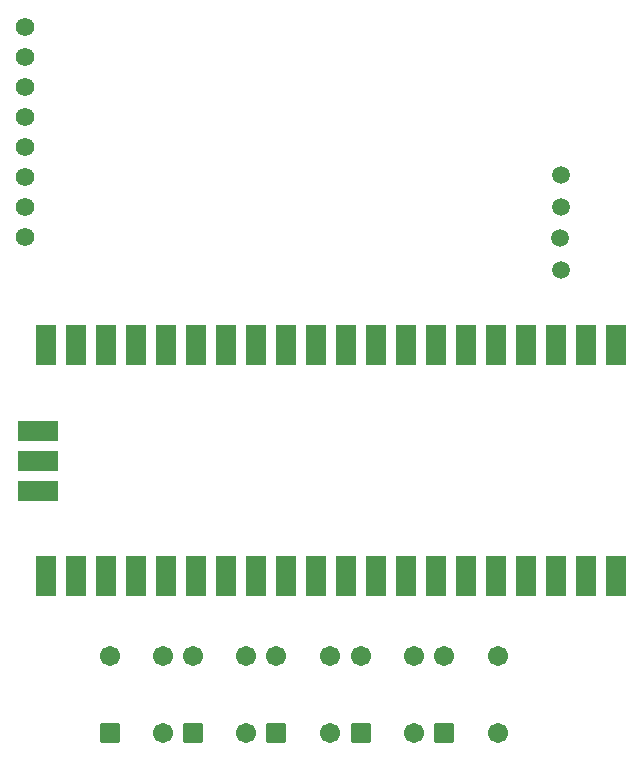
<source format=gbr>
%TF.GenerationSoftware,KiCad,Pcbnew,8.0.4*%
%TF.CreationDate,2024-09-18T19:09:23-07:00*%
%TF.ProjectId,ptpe_pcb,70747065-5f70-4636-922e-6b696361645f,rev?*%
%TF.SameCoordinates,Original*%
%TF.FileFunction,Soldermask,Top*%
%TF.FilePolarity,Negative*%
%FSLAX46Y46*%
G04 Gerber Fmt 4.6, Leading zero omitted, Abs format (unit mm)*
G04 Created by KiCad (PCBNEW 8.0.4) date 2024-09-18 19:09:23*
%MOMM*%
%LPD*%
G01*
G04 APERTURE LIST*
G04 Aperture macros list*
%AMRoundRect*
0 Rectangle with rounded corners*
0 $1 Rounding radius*
0 $2 $3 $4 $5 $6 $7 $8 $9 X,Y pos of 4 corners*
0 Add a 4 corners polygon primitive as box body*
4,1,4,$2,$3,$4,$5,$6,$7,$8,$9,$2,$3,0*
0 Add four circle primitives for the rounded corners*
1,1,$1+$1,$2,$3*
1,1,$1+$1,$4,$5*
1,1,$1+$1,$6,$7*
1,1,$1+$1,$8,$9*
0 Add four rect primitives between the rounded corners*
20,1,$1+$1,$2,$3,$4,$5,0*
20,1,$1+$1,$4,$5,$6,$7,0*
20,1,$1+$1,$6,$7,$8,$9,0*
20,1,$1+$1,$8,$9,$2,$3,0*%
G04 Aperture macros list end*
%ADD10RoundRect,0.102000X0.749000X-0.749000X0.749000X0.749000X-0.749000X0.749000X-0.749000X-0.749000X0*%
%ADD11C,1.702000*%
%ADD12C,1.500000*%
%ADD13R,1.700000X3.500000*%
%ADD14R,3.500000X1.700000*%
%ADD15C,1.574000*%
G04 APERTURE END LIST*
D10*
%TO.C,Misc. 1*%
X117140000Y-121635000D03*
D11*
X117140000Y-115135000D03*
X121640000Y-121635000D03*
X121640000Y-115135000D03*
%TD*%
D12*
%TO.C,CS*%
X155320000Y-74430000D03*
%TD*%
D13*
%TO.C,Pico1*%
X159985000Y-88820000D03*
X157445000Y-88820000D03*
X154905000Y-88820000D03*
X152365000Y-88820000D03*
X149825000Y-88820000D03*
X147285000Y-88820000D03*
X144745000Y-88820000D03*
X142205000Y-88820000D03*
X139665000Y-88820000D03*
X137125000Y-88820000D03*
X134585000Y-88820000D03*
X132045000Y-88820000D03*
X129505000Y-88820000D03*
X126965000Y-88820000D03*
X124425000Y-88820000D03*
X121885000Y-88820000D03*
X119345000Y-88820000D03*
X116805000Y-88820000D03*
X114265000Y-88820000D03*
X111725000Y-88820000D03*
X111725000Y-108400000D03*
X114265000Y-108400000D03*
X116805000Y-108400000D03*
X119345000Y-108400000D03*
X121885000Y-108400000D03*
X124425000Y-108400000D03*
X126965000Y-108400000D03*
X129505000Y-108400000D03*
X132045000Y-108400000D03*
X134585000Y-108400000D03*
X137125000Y-108400000D03*
X139665000Y-108400000D03*
X142205000Y-108400000D03*
X144745000Y-108400000D03*
X147285000Y-108400000D03*
X149825000Y-108400000D03*
X152365000Y-108400000D03*
X154905000Y-108400000D03*
X157445000Y-108400000D03*
X159985000Y-108400000D03*
D14*
X111055000Y-96070000D03*
X111055000Y-98610000D03*
X111055000Y-101150000D03*
%TD*%
D10*
%TO.C,Left/Down*%
X124170000Y-121645000D03*
D11*
X124170000Y-115145000D03*
X128670000Y-121645000D03*
X128670000Y-115145000D03*
%TD*%
D10*
%TO.C,Right/Up*%
X138370000Y-121650000D03*
D11*
X138370000Y-115150000D03*
X142870000Y-121650000D03*
X142870000Y-115150000D03*
%TD*%
D10*
%TO.C,Select*%
X131220000Y-121650000D03*
D11*
X131220000Y-115150000D03*
X135720000Y-121650000D03*
X135720000Y-115150000D03*
%TD*%
D12*
%TO.C,REF\u002A\u002A*%
X155300000Y-82450000D03*
%TD*%
D10*
%TO.C,Misc. 2*%
X145450000Y-121650000D03*
D11*
X145450000Y-115150000D03*
X149950000Y-121650000D03*
X149950000Y-115150000D03*
%TD*%
D12*
%TO.C,REF\u002A\u002A*%
X155320000Y-77110000D03*
%TD*%
%TO.C,REF\u002A\u002A*%
X155240000Y-79780000D03*
%TD*%
D15*
%TO.C,REF\u002A\u002A*%
X109900000Y-61910000D03*
X109900000Y-64450000D03*
X109900000Y-66990000D03*
X109900000Y-69530000D03*
X109900000Y-72070000D03*
X109900000Y-74610000D03*
X109900000Y-77150000D03*
X109900000Y-79690000D03*
%TD*%
M02*

</source>
